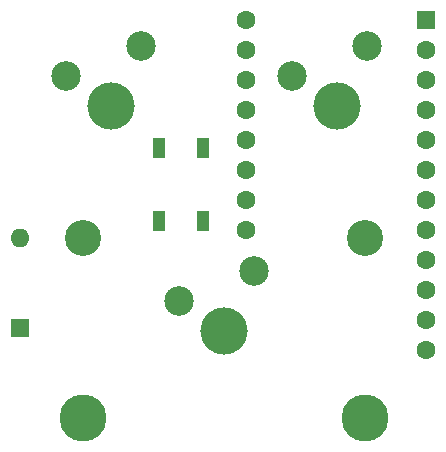
<source format=gbs>
%TF.GenerationSoftware,KiCad,Pcbnew,(6.0.8)*%
%TF.CreationDate,2024-06-01T23:25:37+02:00*%
%TF.ProjectId,micropad,6d696372-6f70-4616-942e-6b696361645f,rev?*%
%TF.SameCoordinates,Original*%
%TF.FileFunction,Soldermask,Bot*%
%TF.FilePolarity,Negative*%
%FSLAX46Y46*%
G04 Gerber Fmt 4.6, Leading zero omitted, Abs format (unit mm)*
G04 Created by KiCad (PCBNEW (6.0.8)) date 2024-06-01 23:25:37*
%MOMM*%
%LPD*%
G01*
G04 APERTURE LIST*
%ADD10R,1.600000X1.600000*%
%ADD11C,1.600000*%
%ADD12C,3.048000*%
%ADD13C,3.987800*%
%ADD14C,4.000000*%
%ADD15C,2.500000*%
%ADD16R,1.100000X1.800000*%
%ADD17O,1.600000X1.600000*%
G04 APERTURE END LIST*
D10*
X75670000Y-49850000D03*
D11*
X75670000Y-52390000D03*
X75670000Y-54930000D03*
X75670000Y-57470000D03*
X75670000Y-60010000D03*
X75670000Y-62550000D03*
X75670000Y-65090000D03*
X75670000Y-67630000D03*
X75670000Y-70170000D03*
X75670000Y-72710000D03*
X75670000Y-75250000D03*
X75670000Y-77790000D03*
X60430000Y-67630000D03*
X60430000Y-65090000D03*
X60430000Y-62550000D03*
X60430000Y-60010000D03*
X60430000Y-57470000D03*
X60430000Y-54930000D03*
X60430000Y-52390000D03*
X60430000Y-49850000D03*
D12*
X46602000Y-68280050D03*
X70478000Y-68280050D03*
D13*
X46602000Y-83490050D03*
X70478000Y-83490050D03*
D14*
X58550000Y-76160000D03*
D15*
X61090000Y-71080000D03*
X54740000Y-73620000D03*
D16*
X53030000Y-60670000D03*
X53030000Y-66870000D03*
X56730000Y-66870000D03*
X56730000Y-60670000D03*
D17*
X41270000Y-68260000D03*
D10*
X41270000Y-75880000D03*
D15*
X64250000Y-54600000D03*
X70600000Y-52060000D03*
D14*
X68060000Y-57140000D03*
X48990000Y-57100000D03*
D15*
X51530000Y-52020000D03*
X45180000Y-54560000D03*
M02*

</source>
